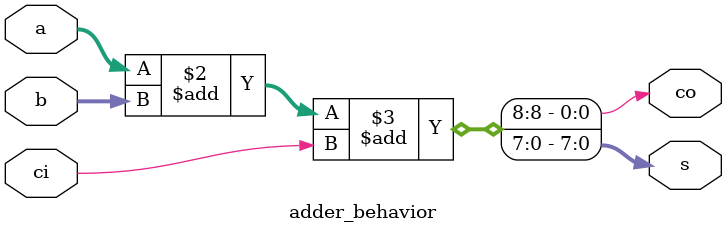
<source format=v>
module adder_behavior (s, co, a, b, ci);
	parameter width = 8;
	output reg[width-1:0] s;
	output reg co;
	input [width-1:0] a, b;
	input ci;

	always @ (a or b or ci) begin
		{co,s} = a+b+ci;

	end

endmodule
</source>
